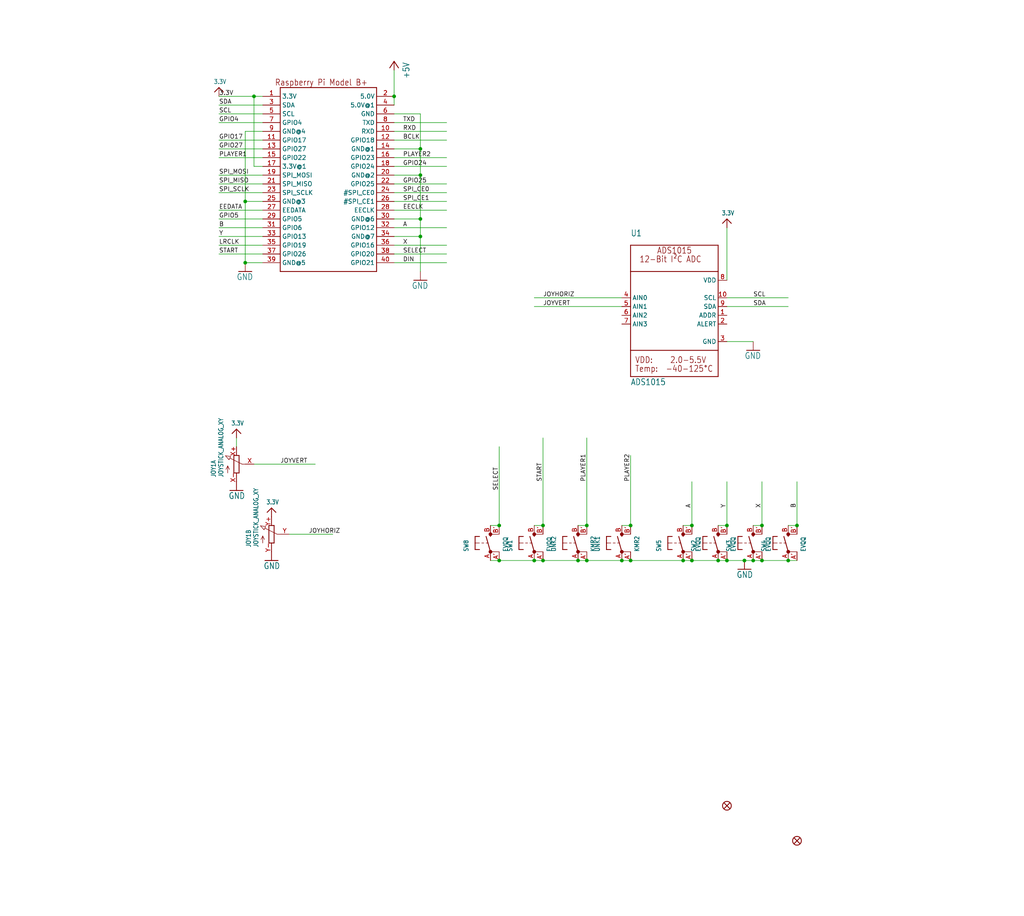
<source format=kicad_sch>
(kicad_sch (version 20211123) (generator eeschema)
  (paper "User" 297.002 265.684)
  (lib_symbols
    (symbol "schematicEagle-eagle-import:+5V" (power)
      (property "Value" "+5V" (at -2.54 -5.08 90))
      (symbol "+5V_1_0"
        (polyline (pts (xy 0 0) (xy -1.27 -1.905)) (stroke (width 0.254)))
        (polyline (pts (xy 1.27 -1.905) (xy 0 0)) (stroke (width 0.254)))
        (pin power_in line (at 0 -2.54 90) (length 2.54) (name "+5V") (number "1"))
      )
    )
    (symbol "schematicEagle-eagle-import:3.3V" (power)
      (property "Value" "3.3V" (at -1.524 1.016 0))
      (symbol "3.3V_1_0"
        (polyline (pts (xy -1.27 -1.27) (xy 0 0)) (stroke (width 0.254)))
        (polyline (pts (xy 0 0) (xy 1.27 -1.27)) (stroke (width 0.254)))
        (pin power_in line (at 0 -2.54 90) (length 2.54) (name "3.3V") (number "1"))
      )
    )
    (symbol "schematicEagle-eagle-import:ADC_ADS1015"
      (property "Reference" "U" (at -12.7 20.32 0))
      (property "Value" "ADC_ADS1015" (at -12.7 -22.86 0))
      (symbol "ADC_ADS1015_1_0"
        (polyline (pts (xy -12.7 -12.7) (xy -12.7 -20.32)) (stroke (width 0.254)))
        (polyline (pts (xy -12.7 -12.7) (xy -12.7 10.16)) (stroke (width 0.254)))
        (polyline (pts (xy -12.7 10.16) (xy 12.7 10.16)) (stroke (width 0.254)))
        (polyline (pts (xy -12.7 17.78) (xy -12.7 10.16)) (stroke (width 0.254)))
        (polyline (pts (xy -12.7 17.78) (xy 12.7 17.78)) (stroke (width 0.254)))
        (polyline (pts (xy 12.7 -20.32) (xy -12.7 -20.32)) (stroke (width 0.254)))
        (polyline (pts (xy 12.7 -12.7) (xy -12.7 -12.7)) (stroke (width 0.254)))
        (polyline (pts (xy 12.7 -12.7) (xy 12.7 -20.32)) (stroke (width 0.254)))
        (polyline (pts (xy 12.7 10.16) (xy 12.7 -12.7)) (stroke (width 0.254)))
        (polyline (pts (xy 12.7 17.78) (xy 12.7 10.16)) (stroke (width 0.254)))
        (text "-40-125°C" (at -2.54 -19.05 0) (effects (font (size 1.778 1.5113)) (justify left bottom)))
        (text "12-Bit I²C ADC" (at -10.16 12.7 0) (effects (font (size 1.778 1.5113)) (justify left bottom)))
        (text "2.0-5.5V" (at -1.27 -16.51 0) (effects (font (size 1.778 1.5113)) (justify left bottom)))
        (text "ADS1015" (at -5.08 15.24 0) (effects (font (size 1.778 1.5113)) (justify left bottom)))
        (text "Temp:" (at -11.43 -19.05 0) (effects (font (size 1.778 1.5113)) (justify left bottom)))
        (text "VDD:" (at -11.43 -16.51 0) (effects (font (size 1.778 1.5113)) (justify left bottom)))
        (pin bidirectional line (at 15.24 -2.54 180) (length 2.54) (name "ADDR") (number "1"))
        (pin bidirectional line (at 15.24 2.54 180) (length 2.54) (name "SCL") (number "10"))
        (pin bidirectional line (at 15.24 -5.08 180) (length 2.54) (name "ALERT") (number "2"))
        (pin bidirectional line (at 15.24 -10.16 180) (length 2.54) (name "GND") (number "3"))
        (pin bidirectional line (at -15.24 2.54 0) (length 2.54) (name "AIN0") (number "4"))
        (pin bidirectional line (at -15.24 0 0) (length 2.54) (name "AIN1") (number "5"))
        (pin bidirectional line (at -15.24 -2.54 0) (length 2.54) (name "AIN2") (number "6"))
        (pin bidirectional line (at -15.24 -5.08 0) (length 2.54) (name "AIN3") (number "7"))
        (pin bidirectional line (at 15.24 7.62 180) (length 2.54) (name "VDD") (number "8"))
        (pin bidirectional line (at 15.24 0 180) (length 2.54) (name "SDA") (number "9"))
      )
    )
    (symbol "schematicEagle-eagle-import:FIDUCIAL_1MM"
      (symbol "FIDUCIAL_1MM_1_0"
        (polyline (pts (xy -0.762 0.762) (xy 0.762 -0.762)) (stroke (width 0.254)))
        (polyline (pts (xy 0.762 0.762) (xy -0.762 -0.762)) (stroke (width 0.254)))
        (circle (center 0 0) (radius 1.27) (stroke (width 0.254)))
      )
    )
    (symbol "schematicEagle-eagle-import:GND" (power)
      (property "Value" "GND" (at -2.54 -2.54 0))
      (symbol "GND_1_0"
        (polyline (pts (xy -1.905 0) (xy 1.905 0)) (stroke (width 0.254)))
        (pin power_in line (at 0 2.54 270) (length 2.54) (name "GND") (number "1"))
      )
    )
    (symbol "schematicEagle-eagle-import:JOYSTICK_ANALOG_XY"
      (property "Reference" "JOY" (at -5.969 -3.81 90))
      (property "Value" "JOYSTICK_ANALOG_XY" (at -3.81 -3.81 90))
      (symbol "JOYSTICK_ANALOG_XY_1_0"
        (polyline (pts (xy -3.1989 2.4495) (xy -1.7018 2.2352)) (stroke (width 0.1524)))
        (polyline (pts (xy -2.54 -2.54) (xy -2.54 -0.508)) (stroke (width 0.1524)))
        (polyline (pts (xy -2.54 -0.508) (xy -3.048 -1.524)) (stroke (width 0.1524)))
        (polyline (pts (xy -2.54 -0.508) (xy -2.032 -1.524)) (stroke (width 0.1524)))
        (polyline (pts (xy -2.1597 1.2939) (xy -3.1989 2.4495)) (stroke (width 0.1524)))
        (polyline (pts (xy -2.1597 1.2939) (xy -1.7018 2.2352)) (stroke (width 0.1524)))
        (polyline (pts (xy -0.762 -2.54) (xy 0.762 -2.54)) (stroke (width 0.254)))
        (polyline (pts (xy -0.762 2.54) (xy -0.762 -2.54)) (stroke (width 0.254)))
        (polyline (pts (xy 0.762 -2.54) (xy 0.762 2.54)) (stroke (width 0.254)))
        (polyline (pts (xy 0.762 2.54) (xy -0.762 2.54)) (stroke (width 0.254)))
        (polyline (pts (xy 1.651 0) (xy -1.8796 1.7526)) (stroke (width 0.1524)))
        (polyline (pts (xy 2.54 0) (xy 1.651 0)) (stroke (width 0.1524)))
        (pin passive line (at 5.08 0 180) (length 2.54) (name "S") (number "X"))
        (pin passive line (at 0 5.08 270) (length 2.54) (name "E") (number "X+"))
        (pin passive line (at 0 -5.08 90) (length 2.54) (name "A") (number "X-"))
      )
      (symbol "JOYSTICK_ANALOG_XY_2_0"
        (polyline (pts (xy -3.1989 2.4495) (xy -1.7018 2.2352)) (stroke (width 0.1524)))
        (polyline (pts (xy -2.54 -2.54) (xy -2.54 -0.508)) (stroke (width 0.1524)))
        (polyline (pts (xy -2.54 -0.508) (xy -3.048 -1.524)) (stroke (width 0.1524)))
        (polyline (pts (xy -2.54 -0.508) (xy -2.032 -1.524)) (stroke (width 0.1524)))
        (polyline (pts (xy -2.1597 1.2939) (xy -3.1989 2.4495)) (stroke (width 0.1524)))
        (polyline (pts (xy -2.1597 1.2939) (xy -1.7018 2.2352)) (stroke (width 0.1524)))
        (polyline (pts (xy -0.762 -2.54) (xy 0.762 -2.54)) (stroke (width 0.254)))
        (polyline (pts (xy -0.762 2.54) (xy -0.762 -2.54)) (stroke (width 0.254)))
        (polyline (pts (xy 0.762 -2.54) (xy 0.762 2.54)) (stroke (width 0.254)))
        (polyline (pts (xy 0.762 2.54) (xy -0.762 2.54)) (stroke (width 0.254)))
        (polyline (pts (xy 1.651 0) (xy -1.8796 1.7526)) (stroke (width 0.1524)))
        (polyline (pts (xy 2.54 0) (xy 1.651 0)) (stroke (width 0.1524)))
        (pin passive line (at 5.08 0 180) (length 2.54) (name "S") (number "Y"))
        (pin passive line (at 0 5.08 270) (length 2.54) (name "E") (number "Y+"))
        (pin passive line (at 0 -5.08 90) (length 2.54) (name "A") (number "Y-"))
      )
    )
    (symbol "schematicEagle-eagle-import:RASPBERRYPI_BPLUS_BONNETSMT"
      (symbol "RASPBERRYPI_BPLUS_BONNETSMT_1_0"
        (polyline (pts (xy -12.7 -30.48) (xy -12.7 22.86)) (stroke (width 0.254)))
        (polyline (pts (xy -12.7 22.86) (xy 15.24 22.86)) (stroke (width 0.254)))
        (polyline (pts (xy 15.24 -30.48) (xy -12.7 -30.48)) (stroke (width 0.254)))
        (polyline (pts (xy 15.24 22.86) (xy 15.24 -30.48)) (stroke (width 0.254)))
        (text "Raspberry Pi Model B+" (at 12.7 25.4 0) (effects (font (size 1.778 1.5113)) (justify right top)))
        (pin power_in line (at -17.78 20.32 0) (length 5.08) (name "3.3V") (number "1"))
        (pin bidirectional line (at 20.32 10.16 180) (length 5.08) (name "RXD") (number "10"))
        (pin bidirectional line (at -17.78 7.62 0) (length 5.08) (name "GPIO17") (number "11"))
        (pin bidirectional line (at 20.32 7.62 180) (length 5.08) (name "GPIO18") (number "12"))
        (pin bidirectional line (at -17.78 5.08 0) (length 5.08) (name "GPIO27") (number "13"))
        (pin power_in line (at 20.32 5.08 180) (length 5.08) (name "GND@1") (number "14"))
        (pin bidirectional line (at -17.78 2.54 0) (length 5.08) (name "GPIO22") (number "15"))
        (pin bidirectional line (at 20.32 2.54 180) (length 5.08) (name "GPIO23") (number "16"))
        (pin power_in line (at -17.78 0 0) (length 5.08) (name "3.3V@1") (number "17"))
        (pin bidirectional line (at 20.32 0 180) (length 5.08) (name "GPIO24") (number "18"))
        (pin bidirectional line (at -17.78 -2.54 0) (length 5.08) (name "SPI_MOSI") (number "19"))
        (pin power_in line (at 20.32 20.32 180) (length 5.08) (name "5.0V") (number "2"))
        (pin power_in line (at 20.32 -2.54 180) (length 5.08) (name "GND@2") (number "20"))
        (pin bidirectional line (at -17.78 -5.08 0) (length 5.08) (name "SPI_MISO") (number "21"))
        (pin bidirectional line (at 20.32 -5.08 180) (length 5.08) (name "GPIO25") (number "22"))
        (pin bidirectional line (at -17.78 -7.62 0) (length 5.08) (name "SPI_SCLK") (number "23"))
        (pin bidirectional line (at 20.32 -7.62 180) (length 5.08) (name "#SPI_CE0") (number "24"))
        (pin power_in line (at -17.78 -10.16 0) (length 5.08) (name "GND@3") (number "25"))
        (pin bidirectional line (at 20.32 -10.16 180) (length 5.08) (name "#SPI_CE1") (number "26"))
        (pin bidirectional line (at -17.78 -12.7 0) (length 5.08) (name "EEDATA") (number "27"))
        (pin bidirectional line (at 20.32 -12.7 180) (length 5.08) (name "EECLK") (number "28"))
        (pin bidirectional line (at -17.78 -15.24 0) (length 5.08) (name "GPIO5") (number "29"))
        (pin bidirectional line (at -17.78 17.78 0) (length 5.08) (name "SDA") (number "3"))
        (pin power_in line (at 20.32 -15.24 180) (length 5.08) (name "GND@6") (number "30"))
        (pin bidirectional line (at -17.78 -17.78 0) (length 5.08) (name "GPIO6") (number "31"))
        (pin bidirectional line (at 20.32 -17.78 180) (length 5.08) (name "GPIO12") (number "32"))
        (pin bidirectional line (at -17.78 -20.32 0) (length 5.08) (name "GPIO13") (number "33"))
        (pin power_in line (at 20.32 -20.32 180) (length 5.08) (name "GND@7") (number "34"))
        (pin bidirectional line (at -17.78 -22.86 0) (length 5.08) (name "GPIO19") (number "35"))
        (pin bidirectional line (at 20.32 -22.86 180) (length 5.08) (name "GPIO16") (number "36"))
        (pin bidirectional line (at -17.78 -25.4 0) (length 5.08) (name "GPIO26") (number "37"))
        (pin bidirectional line (at 20.32 -25.4 180) (length 5.08) (name "GPIO20") (number "38"))
        (pin power_in line (at -17.78 -27.94 0) (length 5.08) (name "GND@5") (number "39"))
        (pin power_in line (at 20.32 17.78 180) (length 5.08) (name "5.0V@1") (number "4"))
        (pin bidirectional line (at 20.32 -27.94 180) (length 5.08) (name "GPIO21") (number "40"))
        (pin bidirectional line (at -17.78 15.24 0) (length 5.08) (name "SCL") (number "5"))
        (pin power_in line (at 20.32 15.24 180) (length 5.08) (name "GND") (number "6"))
        (pin bidirectional line (at -17.78 12.7 0) (length 5.08) (name "GPIO4") (number "7"))
        (pin bidirectional line (at 20.32 12.7 180) (length 5.08) (name "TXD") (number "8"))
        (pin power_in line (at -17.78 10.16 0) (length 5.08) (name "GND@4") (number "9"))
      )
    )
    (symbol "schematicEagle-eagle-import:SWITCH_TACT_SMT4.6X2.8"
      (property "Reference" "SW" (at -2.54 6.35 0))
      (property "Value" "SWITCH_TACT_SMT4.6X2.8" (at -2.54 -5.08 0))
      (symbol "SWITCH_TACT_SMT4.6X2.8_1_0"
        (circle (center -2.54 0) (radius 0.127) (stroke (width 0.4064)))
        (polyline (pts (xy -2.54 -2.54) (xy -2.54 0)) (stroke (width 0.1524)))
        (polyline (pts (xy -2.54 0) (xy 1.905 1.27)) (stroke (width 0.254)))
        (polyline (pts (xy -1.905 4.445) (xy -1.905 3.175)) (stroke (width 0.254)))
        (polyline (pts (xy 0 1.27) (xy 0 0.635)) (stroke (width 0.1524)))
        (polyline (pts (xy 0 2.54) (xy 0 1.905)) (stroke (width 0.1524)))
        (polyline (pts (xy 0 4.445) (xy -1.905 4.445)) (stroke (width 0.254)))
        (polyline (pts (xy 0 4.445) (xy 0 3.175)) (stroke (width 0.1524)))
        (polyline (pts (xy 1.905 0) (xy 2.54 0)) (stroke (width 0.254)))
        (polyline (pts (xy 1.905 4.445) (xy 0 4.445)) (stroke (width 0.254)))
        (polyline (pts (xy 1.905 4.445) (xy 1.905 3.175)) (stroke (width 0.254)))
        (polyline (pts (xy 2.54 -2.54) (xy 2.54 0)) (stroke (width 0.1524)))
        (circle (center 2.54 0) (radius 0.127) (stroke (width 0.4064)))
        (pin passive line (at -5.08 0 0) (length 2.54) (name "P") (number "A"))
        (pin passive line (at -5.08 -2.54 0) (length 2.54) (name "P1") (number "A'"))
        (pin passive line (at 5.08 0 180) (length 2.54) (name "S") (number "B"))
        (pin passive line (at 5.08 -2.54 180) (length 2.54) (name "S1") (number "B'"))
      )
    )
    (symbol "schematicEagle-eagle-import:SWITCH_TACT_SMT_EVQQ2_SMALL"
      (property "Reference" "SW" (at -2.54 6.35 0))
      (property "Value" "SWITCH_TACT_SMT_EVQQ2_SMALL" (at -2.54 -5.08 0))
      (symbol "SWITCH_TACT_SMT_EVQQ2_SMALL_1_0"
        (circle (center -2.54 0) (radius 0.127) (stroke (width 0.4064)))
        (polyline (pts (xy -2.54 -2.54) (xy -2.54 0)) (stroke (width 0.1524)))
        (polyline (pts (xy -2.54 0) (xy 1.905 1.27)) (stroke (width 0.254)))
        (polyline (pts (xy -1.905 4.445) (xy -1.905 3.175)) (stroke (width 0.254)))
        (polyline (pts (xy 0 1.27) (xy 0 0.635)) (stroke (width 0.1524)))
        (polyline (pts (xy 0 2.54) (xy 0 1.905)) (stroke (width 0.1524)))
        (polyline (pts (xy 0 4.445) (xy -1.905 4.445)) (stroke (width 0.254)))
        (polyline (pts (xy 0 4.445) (xy 0 3.175)) (stroke (width 0.1524)))
        (polyline (pts (xy 1.905 0) (xy 2.54 0)) (stroke (width 0.254)))
        (polyline (pts (xy 1.905 4.445) (xy 0 4.445)) (stroke (width 0.254)))
        (polyline (pts (xy 1.905 4.445) (xy 1.905 3.175)) (stroke (width 0.254)))
        (polyline (pts (xy 2.54 -2.54) (xy 2.54 0)) (stroke (width 0.1524)))
        (circle (center 2.54 0) (radius 0.127) (stroke (width 0.4064)))
        (pin passive line (at -5.08 0 0) (length 2.54) (name "P") (number "A"))
        (pin passive line (at -5.08 -2.54 0) (length 2.54) (name "P1") (number "A'"))
        (pin passive line (at 5.08 0 180) (length 2.54) (name "S") (number "B"))
        (pin passive line (at 5.08 -2.54 180) (length 2.54) (name "S1") (number "B'"))
      )
    )
  )
  (junction (at 218.44 162.56))
  (junction (at 170.18 162.56))
  (junction (at 210.82 162.56))
  (junction (at 228.6 162.56))
  (junction (at 144.78 152.4))
  (junction (at 208.28 162.56))
  (junction (at 71.12 58.42))
  (junction (at 220.98 162.56))
  (junction (at 180.34 162.56))
  (junction (at 215.9 162.56))
  (junction (at 220.98 152.4))
  (junction (at 121.92 50.8))
  (junction (at 157.48 162.56))
  (junction (at 182.88 152.4))
  (junction (at 200.66 152.4))
  (junction (at 121.92 68.58))
  (junction (at 170.18 152.4))
  (junction (at 121.92 43.18))
  (junction (at 198.12 162.56))
  (junction (at 182.88 162.56))
  (junction (at 167.64 162.56))
  (junction (at 71.12 76.2))
  (junction (at 121.92 63.5))
  (junction (at 210.82 152.4))
  (junction (at 231.14 152.4))
  (junction (at 200.66 162.56))
  (junction (at 114.3 27.94))
  (junction (at 73.66 27.94))
  (junction (at 157.48 152.4))
  (junction (at 154.94 162.56))
  (junction (at 144.78 162.56))
  (wire (pts (xy 114.3 76.2) (xy 129.54 76.2)))
  (wire (pts (xy 73.66 27.94) (xy 63.5 27.94)))
  (wire (pts (xy 71.12 58.42) (xy 76.2 58.42)))
  (wire (pts (xy 68.58 127) (xy 68.58 129.54)))
  (wire (pts (xy 114.3 43.18) (xy 121.92 43.18)))
  (wire (pts (xy 63.5 55.88) (xy 76.2 55.88)))
  (wire (pts (xy 114.3 60.96) (xy 129.54 60.96)))
  (wire (pts (xy 218.44 99.06) (xy 210.82 99.06)))
  (wire (pts (xy 76.2 40.64) (xy 63.5 40.64)))
  (wire (pts (xy 71.12 38.1) (xy 76.2 38.1)))
  (wire (pts (xy 121.92 33.02) (xy 121.92 43.18)))
  (wire (pts (xy 215.9 162.56) (xy 218.44 162.56)))
  (wire (pts (xy 220.98 162.56) (xy 228.6 162.56)))
  (wire (pts (xy 63.5 50.8) (xy 76.2 50.8)))
  (wire (pts (xy 114.3 71.12) (xy 129.54 71.12)))
  (wire (pts (xy 114.3 63.5) (xy 121.92 63.5)))
  (wire (pts (xy 200.66 152.4) (xy 198.12 152.4)))
  (wire (pts (xy 231.14 152.4) (xy 228.6 152.4)))
  (wire (pts (xy 182.88 162.56) (xy 180.34 162.56)))
  (wire (pts (xy 121.92 43.18) (xy 121.92 50.8)))
  (wire (pts (xy 121.92 63.5) (xy 121.92 68.58)))
  (wire (pts (xy 63.5 71.12) (xy 76.2 71.12)))
  (wire (pts (xy 200.66 162.56) (xy 208.28 162.56)))
  (wire (pts (xy 182.88 152.4) (xy 182.88 132.08)))
  (wire (pts (xy 180.34 86.36) (xy 154.94 86.36)))
  (wire (pts (xy 129.54 38.1) (xy 114.3 38.1)))
  (wire (pts (xy 71.12 58.42) (xy 71.12 38.1)))
  (wire (pts (xy 231.14 139.7) (xy 231.14 152.4)))
  (wire (pts (xy 114.3 66.04) (xy 129.54 66.04)))
  (wire (pts (xy 121.92 50.8) (xy 121.92 63.5)))
  (wire (pts (xy 210.82 139.7) (xy 210.82 152.4)))
  (wire (pts (xy 114.3 73.66) (xy 129.54 73.66)))
  (wire (pts (xy 121.92 68.58) (xy 121.92 78.74)))
  (wire (pts (xy 114.3 48.26) (xy 129.54 48.26)))
  (wire (pts (xy 76.2 45.72) (xy 63.5 45.72)))
  (wire (pts (xy 76.2 33.02) (xy 63.5 33.02)))
  (wire (pts (xy 228.6 162.56) (xy 231.14 162.56)))
  (wire (pts (xy 73.66 134.62) (xy 91.44 134.62)))
  (wire (pts (xy 210.82 86.36) (xy 228.6 86.36)))
  (wire (pts (xy 154.94 162.56) (xy 144.78 162.56)))
  (wire (pts (xy 210.82 162.56) (xy 215.9 162.56)))
  (wire (pts (xy 208.28 162.56) (xy 210.82 162.56)))
  (wire (pts (xy 76.2 30.48) (xy 63.5 30.48)))
  (wire (pts (xy 114.3 33.02) (xy 121.92 33.02)))
  (wire (pts (xy 167.64 152.4) (xy 170.18 152.4)))
  (wire (pts (xy 170.18 152.4) (xy 170.18 127)))
  (wire (pts (xy 114.3 55.88) (xy 129.54 55.88)))
  (wire (pts (xy 198.12 162.56) (xy 200.66 162.56)))
  (wire (pts (xy 157.48 162.56) (xy 154.94 162.56)))
  (wire (pts (xy 76.2 76.2) (xy 71.12 76.2)))
  (wire (pts (xy 200.66 152.4) (xy 200.66 139.7)))
  (wire (pts (xy 71.12 58.42) (xy 71.12 76.2)))
  (wire (pts (xy 76.2 35.56) (xy 63.5 35.56)))
  (wire (pts (xy 76.2 60.96) (xy 63.5 60.96)))
  (wire (pts (xy 220.98 152.4) (xy 220.98 139.7)))
  (wire (pts (xy 114.3 35.56) (xy 129.54 35.56)))
  (wire (pts (xy 170.18 162.56) (xy 167.64 162.56)))
  (wire (pts (xy 144.78 162.56) (xy 142.24 162.56)))
  (wire (pts (xy 73.66 48.26) (xy 76.2 48.26)))
  (wire (pts (xy 210.82 66.04) (xy 210.82 81.28)))
  (wire (pts (xy 144.78 129.54) (xy 144.78 152.4)))
  (wire (pts (xy 154.94 152.4) (xy 157.48 152.4)))
  (wire (pts (xy 76.2 27.94) (xy 73.66 27.94)))
  (wire (pts (xy 180.34 152.4) (xy 182.88 152.4)))
  (wire (pts (xy 114.3 30.48) (xy 114.3 27.94)))
  (wire (pts (xy 83.82 154.94) (xy 96.52 154.94)))
  (wire (pts (xy 218.44 162.56) (xy 220.98 162.56)))
  (wire (pts (xy 198.12 162.56) (xy 182.88 162.56)))
  (wire (pts (xy 114.3 68.58) (xy 121.92 68.58)))
  (wire (pts (xy 114.3 27.94) (xy 114.3 20.32)))
  (wire (pts (xy 218.44 152.4) (xy 220.98 152.4)))
  (wire (pts (xy 167.64 162.56) (xy 157.48 162.56)))
  (wire (pts (xy 114.3 50.8) (xy 121.92 50.8)))
  (wire (pts (xy 157.48 152.4) (xy 157.48 127)))
  (wire (pts (xy 63.5 68.58) (xy 76.2 68.58)))
  (wire (pts (xy 63.5 73.66) (xy 76.2 73.66)))
  (wire (pts (xy 180.34 162.56) (xy 170.18 162.56)))
  (wire (pts (xy 63.5 63.5) (xy 76.2 63.5)))
  (wire (pts (xy 63.5 53.34) (xy 76.2 53.34)))
  (wire (pts (xy 114.3 40.64) (xy 129.54 40.64)))
  (wire (pts (xy 114.3 53.34) (xy 129.54 53.34)))
  (wire (pts (xy 208.28 152.4) (xy 210.82 152.4)))
  (wire (pts (xy 114.3 45.72) (xy 129.54 45.72)))
  (wire (pts (xy 63.5 66.04) (xy 76.2 66.04)))
  (wire (pts (xy 63.5 43.18) (xy 76.2 43.18)))
  (wire (pts (xy 142.24 152.4) (xy 144.78 152.4)))
  (wire (pts (xy 228.6 88.9) (xy 210.82 88.9)))
  (wire (pts (xy 154.94 88.9) (xy 180.34 88.9)))
  (wire (pts (xy 73.66 48.26) (xy 73.66 27.94)))
  (wire (pts (xy 114.3 58.42) (xy 129.54 58.42)))
  (label "X" (at 220.98 147.32 90) (effects (font (size 1.2446 1.2446))))
  (label "A" (at 200.66 147.32 90) (effects (font (size 1.2446 1.2446))))
  (label "PLAYER1" (at 170.18 139.7 90) (effects (font (size 1.2446 1.2446))))
  (label "SDA" (at 63.5 30.48 0) (effects (font (size 1.2446 1.2446))))
  (label "SPI_SCLK" (at 63.5 55.88 0) (effects (font (size 1.2446 1.2446))))
  (label "B" (at 63.5 66.04 0) (effects (font (size 1.2446 1.2446))))
  (label "SPI_CE1" (at 116.84 58.42 0) (effects (font (size 1.2446 1.2446))))
  (label "GPIO25" (at 116.84 53.34 0) (effects (font (size 1.2446 1.2446))))
  (label "GPIO4" (at 63.5 35.56 0) (effects (font (size 1.2446 1.2446))))
  (label "GPIO27" (at 63.5 43.18 0) (effects (font (size 1.2446 1.2446))))
  (label "SPI_CE0" (at 116.84 55.88 0) (effects (font (size 1.2446 1.2446))))
  (label "SCL" (at 63.5 33.02 0) (effects (font (size 1.2446 1.2446))))
  (label "LRCLK" (at 63.5 71.12 0) (effects (font (size 1.2446 1.2446))))
  (label "PLAYER1" (at 63.5 45.72 0) (effects (font (size 1.2446 1.2446))))
  (label "SDA" (at 218.44 88.9 0) (effects (font (size 1.2446 1.2446))))
  (label "JOYHORIZ" (at 157.48 86.36 0) (effects (font (size 1.2446 1.2446))))
  (label "SPI_MISO" (at 63.5 53.34 0) (effects (font (size 1.2446 1.2446))))
  (label "BCLK" (at 116.84 40.64 0) (effects (font (size 1.2446 1.2446))))
  (label "EECLK" (at 116.84 60.96 0) (effects (font (size 1.2446 1.2446))))
  (label "X" (at 116.84 71.12 0) (effects (font (size 1.2446 1.2446))))
  (label "PLAYER2" (at 116.84 45.72 0) (effects (font (size 1.2446 1.2446))))
  (label "Y" (at 63.5 68.58 0) (effects (font (size 1.2446 1.2446))))
  (label "SCL" (at 218.44 86.36 0) (effects (font (size 1.2446 1.2446))))
  (label "Y" (at 210.82 147.32 90) (effects (font (size 1.2446 1.2446))))
  (label "A" (at 116.84 66.04 0) (effects (font (size 1.2446 1.2446))))
  (label "GPIO5" (at 63.5 63.5 0) (effects (font (size 1.2446 1.2446))))
  (label "JOYVERT" (at 81.28 134.62 0) (effects (font (size 1.2446 1.2446))))
  (label "TXD" (at 116.84 35.56 0) (effects (font (size 1.2446 1.2446))))
  (label "START" (at 63.5 73.66 0) (effects (font (size 1.2446 1.2446))))
  (label "JOYHORIZ" (at 89.535 154.94 0) (effects (font (size 1.2446 1.2446))))
  (label "JOYVERT" (at 157.48 88.9 0) (effects (font (size 1.2446 1.2446))))
  (label "3.3V" (at 63.5 27.94 0) (effects (font (size 1.2446 1.2446))))
  (label "GPIO17" (at 63.5 40.64 0) (effects (font (size 1.2446 1.2446))))
  (label "DIN" (at 116.84 76.2 0) (effects (font (size 1.2446 1.2446))))
  (label "PLAYER2" (at 182.88 139.7 90) (effects (font (size 1.2446 1.2446))))
  (label "GPIO24" (at 116.84 48.26 0) (effects (font (size 1.2446 1.2446))))
  (label "SPI_MOSI" (at 63.5 50.8 0) (effects (font (size 1.2446 1.2446))))
  (label "SELECT" (at 116.84 73.66 0) (effects (font (size 1.2446 1.2446))))
  (label "SELECT" (at 144.78 142.24 90) (effects (font (size 1.2446 1.2446))))
  (label "EEDATA" (at 63.5 60.96 0) (effects (font (size 1.2446 1.2446))))
  (label "RXD" (at 116.84 38.1 0) (effects (font (size 1.2446 1.2446))))
  (label "START" (at 157.48 139.7 90) (effects (font (size 1.2446 1.2446))))
  (label "B" (at 231.14 147.32 90) (effects (font (size 1.2446 1.2446))))
  (symbol (lib_id "schematicEagle-eagle-import:SWITCH_TACT_SMT_EVQQ2_SMALL") (at 228.6 157.48 90) (unit 1)
    (property "Reference" "SW4" (at 222.25 160.02 0) (effects (font (size 1.27 1.0795)) (justify left bottom)))
    (property "Value" "EVQQ" (at 233.68 160.02 0) (effects (font (size 1.27 1.0795)) (justify left bottom)))
    (property "Footprint" "schematicEagle:EVQ-Q2_SMALLER" (effects hide))
  )
  (symbol (lib_id "schematicEagle-eagle-import:GND") (at 68.58 142.24 0) (mirror y) (unit 1)
    (property "Reference" "#GND3" (effects hide))
    (property "Value" "GND" (at 71.12 144.78 0) (effects (font (size 1.778 1.5113)) (justify left bottom)))
    (property "Footprint" "schematicEagle:" (effects hide))
  )
  (symbol (lib_id "schematicEagle-eagle-import:FIDUCIAL_1MM") (at 210.82 233.68 0) (unit 1)
    (property "Reference" "FID3" (effects hide))
    (property "Value" "FIDUCIAL_1MM" (effects hide))
    (property "Footprint" "schematicEagle:FIDUCIAL_1MM" (effects hide))
  )
  (symbol (lib_id "schematicEagle-eagle-import:GND") (at 121.92 81.28 0) (unit 1)
    (property "Reference" "#GND2" (effects hide))
    (property "Value" "GND" (at 119.38 83.82 0) (effects (font (size 1.778 1.5113)) (justify left bottom)))
    (property "Footprint" "schematicEagle:" (effects hide))
  )
  (symbol (lib_id "schematicEagle-eagle-import:SWITCH_TACT_SMT4.6X2.8") (at 180.34 157.48 90) (unit 1)
    (property "Reference" "UNK1" (at 173.99 160.02 0) (effects (font (size 1.27 1.0795)) (justify left bottom)))
    (property "Value" "KMR2" (at 185.42 160.02 0) (effects (font (size 1.27 1.0795)) (justify left bottom)))
    (property "Footprint" "schematicEagle:BTN_KMR2_4.6X2.8" (effects hide))
  )
  (symbol (lib_id "schematicEagle-eagle-import:GND") (at 78.74 162.56 0) (mirror y) (unit 1)
    (property "Reference" "#GND5" (effects hide))
    (property "Value" "GND" (at 81.28 165.1 0) (effects (font (size 1.778 1.5113)) (justify left bottom)))
    (property "Footprint" "schematicEagle:" (effects hide))
  )
  (symbol (lib_id "schematicEagle-eagle-import:RASPBERRYPI_BPLUS_BONNETSMT") (at 93.98 48.26 0) (unit 1)
    (property "Reference" "RPI1" (effects hide))
    (property "Value" "RASPBERRYPI_BPLUS_BONNETSMT" (effects hide))
    (property "Footprint" "schematicEagle:PI_BONNET_SMT" (effects hide))
  )
  (symbol (lib_id "schematicEagle-eagle-import:GND") (at 71.12 78.74 0) (unit 1)
    (property "Reference" "#GND1" (effects hide))
    (property "Value" "GND" (at 68.58 81.28 0) (effects (font (size 1.778 1.5113)) (justify left bottom)))
    (property "Footprint" "schematicEagle:" (effects hide))
  )
  (symbol (lib_id "schematicEagle-eagle-import:3.3V") (at 63.5 25.4 0) (unit 1)
    (property "Reference" "#U$1" (effects hide))
    (property "Value" "3.3V" (at 61.976 24.384 0) (effects (font (size 1.27 1.0795)) (justify left bottom)))
    (property "Footprint" "schematicEagle:" (effects hide))
  )
  (symbol (lib_id "schematicEagle-eagle-import:SWITCH_TACT_SMT4.6X2.8") (at 167.64 157.48 90) (unit 1)
    (property "Reference" "UNK2" (at 161.29 160.02 0) (effects (font (size 1.27 1.0795)) (justify left bottom)))
    (property "Value" "KMR2" (at 172.72 160.02 0) (effects (font (size 1.27 1.0795)) (justify left bottom)))
    (property "Footprint" "schematicEagle:BTN_KMR2_4.6X2.8" (effects hide))
  )
  (symbol (lib_id "schematicEagle-eagle-import:JOYSTICK_ANALOG_XY") (at 78.74 154.94 0) (unit 2)
    (property "Reference" "JOY1" (at 72.771 158.75 90) (effects (font (size 1.27 1.0795)) (justify left bottom)))
    (property "Value" "JOYSTICK_ANALOG_XY" (at 74.93 158.75 90) (effects (font (size 1.27 1.0795)) (justify left bottom)))
    (property "Footprint" "schematicEagle:JOYSTICK_ANALOG_MINITHM" (effects hide))
  )
  (symbol (lib_id "schematicEagle-eagle-import:ADC_ADS1015") (at 195.58 88.9 0) (unit 1)
    (property "Reference" "U1" (at 182.88 68.58 0) (effects (font (size 1.778 1.5113)) (justify left bottom)))
    (property "Value" "ADS1015" (at 182.88 111.76 0) (effects (font (size 1.778 1.5113)) (justify left bottom)))
    (property "Footprint" "schematicEagle:MSOP10" (effects hide))
  )
  (symbol (lib_id "schematicEagle-eagle-import:SWITCH_TACT_SMT_EVQQ2_SMALL") (at 208.28 157.48 90) (unit 1)
    (property "Reference" "SW2" (at 201.93 160.02 0) (effects (font (size 1.27 1.0795)) (justify left bottom)))
    (property "Value" "EVQQ" (at 213.36 160.02 0) (effects (font (size 1.27 1.0795)) (justify left bottom)))
    (property "Footprint" "schematicEagle:EVQ-Q2_SMALLER" (effects hide))
  )
  (symbol (lib_id "schematicEagle-eagle-import:SWITCH_TACT_SMT_EVQQ2_SMALL") (at 198.12 157.48 90) (unit 1)
    (property "Reference" "SW5" (at 191.77 160.02 0) (effects (font (size 1.27 1.0795)) (justify left bottom)))
    (property "Value" "EVQQ" (at 203.2 160.02 0) (effects (font (size 1.27 1.0795)) (justify left bottom)))
    (property "Footprint" "schematicEagle:EVQ-Q2_SMALLER" (effects hide))
  )
  (symbol (lib_id "schematicEagle-eagle-import:GND") (at 218.44 101.6 0) (unit 1)
    (property "Reference" "#GND4" (effects hide))
    (property "Value" "GND" (at 215.9 104.14 0) (effects (font (size 1.778 1.5113)) (justify left bottom)))
    (property "Footprint" "schematicEagle:" (effects hide))
  )
  (symbol (lib_id "schematicEagle-eagle-import:SWITCH_TACT_SMT_EVQQ2_SMALL") (at 218.44 157.48 90) (unit 1)
    (property "Reference" "SW3" (at 212.09 160.02 0) (effects (font (size 1.27 1.0795)) (justify left bottom)))
    (property "Value" "EVQQ" (at 223.52 160.02 0) (effects (font (size 1.27 1.0795)) (justify left bottom)))
    (property "Footprint" "schematicEagle:EVQ-Q2_SMALLER" (effects hide))
  )
  (symbol (lib_id "schematicEagle-eagle-import:FIDUCIAL_1MM") (at 231.14 243.84 0) (unit 1)
    (property "Reference" "FID2" (effects hide))
    (property "Value" "FIDUCIAL_1MM" (effects hide))
    (property "Footprint" "schematicEagle:FIDUCIAL_1MM" (effects hide))
  )
  (symbol (lib_id "schematicEagle-eagle-import:3.3V") (at 210.82 63.5 0) (unit 1)
    (property "Reference" "#U$4" (effects hide))
    (property "Value" "3.3V" (at 209.296 62.484 0) (effects (font (size 1.27 1.0795)) (justify left bottom)))
    (property "Footprint" "schematicEagle:" (effects hide))
  )
  (symbol (lib_id "schematicEagle-eagle-import:SWITCH_TACT_SMT_EVQQ2_SMALL") (at 142.24 157.48 90) (unit 1)
    (property "Reference" "SW8" (at 135.89 160.02 0) (effects (font (size 1.27 1.0795)) (justify left bottom)))
    (property "Value" "EVQQ" (at 147.32 160.02 0) (effects (font (size 1.27 1.0795)) (justify left bottom)))
    (property "Footprint" "schematicEagle:EVQ-Q2_SMALLER" (effects hide))
  )
  (symbol (lib_id "schematicEagle-eagle-import:GND") (at 215.9 165.1 0) (mirror y) (unit 1)
    (property "Reference" "#GND6" (effects hide))
    (property "Value" "GND" (at 218.44 167.64 0) (effects (font (size 1.778 1.5113)) (justify left bottom)))
    (property "Footprint" "schematicEagle:" (effects hide))
  )
  (symbol (lib_id "schematicEagle-eagle-import:3.3V") (at 78.74 147.32 0) (unit 1)
    (property "Reference" "#U$2" (effects hide))
    (property "Value" "3.3V" (at 77.216 146.304 0) (effects (font (size 1.27 1.0795)) (justify left bottom)))
    (property "Footprint" "schematicEagle:" (effects hide))
  )
  (symbol (lib_id "schematicEagle-eagle-import:+5V") (at 114.3 17.78 0) (mirror y) (unit 1)
    (property "Reference" "#P+3" (effects hide))
    (property "Value" "+5V" (at 116.84 22.86 90) (effects (font (size 1.778 1.5113)) (justify left bottom)))
    (property "Footprint" "schematicEagle:" (effects hide))
  )
  (symbol (lib_id "schematicEagle-eagle-import:3.3V") (at 68.58 124.46 0) (unit 1)
    (property "Reference" "#U$3" (effects hide))
    (property "Value" "3.3V" (at 67.056 123.444 0) (effects (font (size 1.27 1.0795)) (justify left bottom)))
    (property "Footprint" "schematicEagle:" (effects hide))
  )
  (symbol (lib_id "schematicEagle-eagle-import:SWITCH_TACT_SMT_EVQQ2_SMALL") (at 154.94 157.48 90) (unit 1)
    (property "Reference" "SW1" (at 148.59 160.02 0) (effects (font (size 1.27 1.0795)) (justify left bottom)))
    (property "Value" "EVQQ" (at 160.02 160.02 0) (effects (font (size 1.27 1.0795)) (justify left bottom)))
    (property "Footprint" "schematicEagle:EVQ-Q2_SMALLER" (effects hide))
  )
  (symbol (lib_id "schematicEagle-eagle-import:JOYSTICK_ANALOG_XY") (at 68.58 134.62 0) (unit 1)
    (property "Reference" "JOY1" (at 62.611 138.43 90) (effects (font (size 1.27 1.0795)) (justify left bottom)))
    (property "Value" "JOYSTICK_ANALOG_XY" (at 64.77 138.43 90) (effects (font (size 1.27 1.0795)) (justify left bottom)))
    (property "Footprint" "schematicEagle:JOYSTICK_ANALOG_MINITHM" (effects hide))
  )
)
</source>
